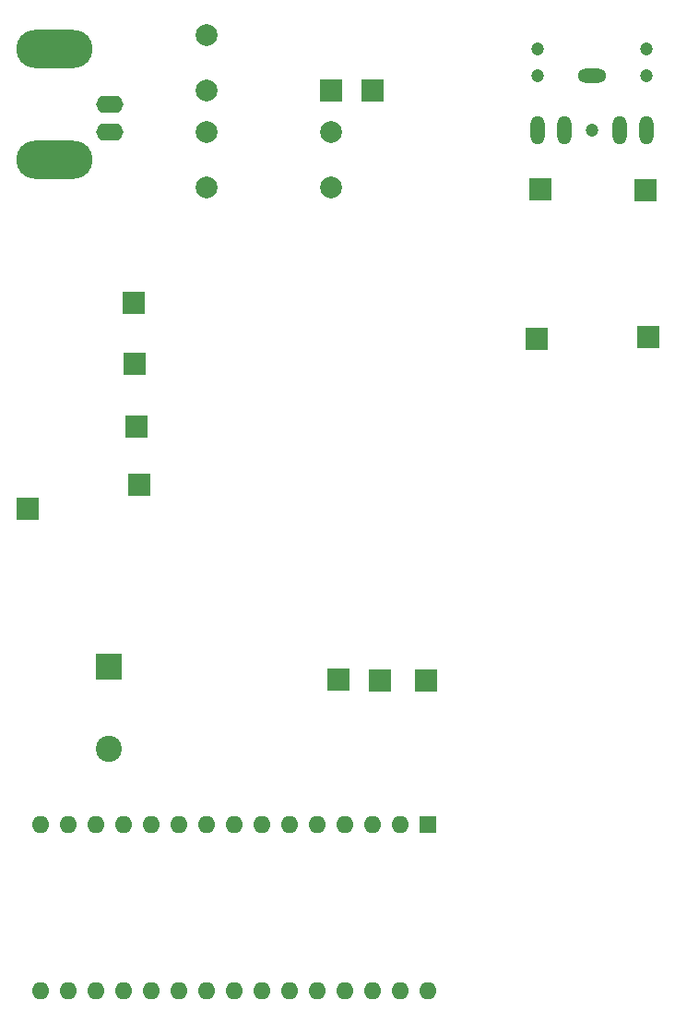
<source format=gbr>
%TF.GenerationSoftware,KiCad,Pcbnew,(6.0.4)*%
%TF.CreationDate,2022-06-06T09:07:08-07:00*%
%TF.ProjectId,Complete Schematic V6,436f6d70-6c65-4746-9520-536368656d61,rev?*%
%TF.SameCoordinates,Original*%
%TF.FileFunction,Soldermask,Bot*%
%TF.FilePolarity,Negative*%
%FSLAX46Y46*%
G04 Gerber Fmt 4.6, Leading zero omitted, Abs format (unit mm)*
G04 Created by KiCad (PCBNEW (6.0.4)) date 2022-06-06 09:07:08*
%MOMM*%
%LPD*%
G01*
G04 APERTURE LIST*
%ADD10R,1.600000X1.600000*%
%ADD11O,1.600000X1.600000*%
%ADD12R,2.000000X2.000000*%
%ADD13C,1.200000*%
%ADD14O,2.616000X1.308000*%
%ADD15O,1.308000X2.616000*%
%ADD16C,2.000000*%
%ADD17R,2.400000X2.400000*%
%ADD18C,2.400000*%
%ADD19O,2.500000X1.600000*%
%ADD20O,7.000000X3.500000*%
G04 APERTURE END LIST*
D10*
%TO.C,A1*%
X119380000Y-127010000D03*
D11*
X116840000Y-127010000D03*
X114300000Y-127010000D03*
X111760000Y-127010000D03*
X109220000Y-127010000D03*
X106680000Y-127010000D03*
X104140000Y-127010000D03*
X101600000Y-127010000D03*
X99060000Y-127010000D03*
X96520000Y-127010000D03*
X93980000Y-127010000D03*
X91440000Y-127010000D03*
X88900000Y-127010000D03*
X86360000Y-127010000D03*
X83820000Y-127010000D03*
X83820000Y-142250000D03*
X86360000Y-142250000D03*
X88900000Y-142250000D03*
X91440000Y-142250000D03*
X93980000Y-142250000D03*
X96520000Y-142250000D03*
X99060000Y-142250000D03*
X101600000Y-142250000D03*
X104140000Y-142250000D03*
X106680000Y-142250000D03*
X109220000Y-142250000D03*
X111760000Y-142250000D03*
X114300000Y-142250000D03*
X116840000Y-142250000D03*
X119380000Y-142250000D03*
%TD*%
D12*
%TO.C,TP3*%
X92913200Y-95834200D03*
%TD*%
D13*
%TO.C,J2*%
X139467600Y-55843800D03*
X139467600Y-58343800D03*
X129467600Y-55843800D03*
X129467600Y-58343800D03*
X134467600Y-63343800D03*
D14*
X134467600Y-58343800D03*
D15*
X129467600Y-63343800D03*
X139467600Y-63343800D03*
X131967600Y-63343800D03*
X136967600Y-63343800D03*
%TD*%
D16*
%TO.C,L1*%
X99060000Y-54610000D03*
X99060000Y-59690000D03*
%TD*%
D12*
%TO.C,TP1*%
X110490000Y-59690000D03*
%TD*%
%TO.C,TP15*%
X111150400Y-113715800D03*
%TD*%
%TO.C,TP11*%
X139420600Y-68859400D03*
%TD*%
%TO.C,TP4*%
X92506800Y-84785200D03*
%TD*%
%TO.C,TP12*%
X129743200Y-68757800D03*
%TD*%
%TO.C,TP8*%
X129413000Y-82423000D03*
%TD*%
%TO.C,TP16*%
X82651600Y-98069400D03*
%TD*%
D17*
%TO.C,C13*%
X90119200Y-112522000D03*
D18*
X90119200Y-120022000D03*
%TD*%
D12*
%TO.C,TP13*%
X119227600Y-113792000D03*
%TD*%
D19*
%TO.C,J1*%
X90170000Y-60960000D03*
D20*
X85090000Y-66040000D03*
D19*
X90170000Y-63500000D03*
D20*
X85090000Y-55880000D03*
%TD*%
D12*
%TO.C,TP14*%
X115036600Y-113766600D03*
%TD*%
%TO.C,TP7*%
X139649200Y-82296000D03*
%TD*%
%TO.C,TP6*%
X92405200Y-79197200D03*
%TD*%
%TO.C,TP2*%
X114300000Y-59690000D03*
%TD*%
D16*
%TO.C,L2*%
X110490000Y-63500000D03*
X110490000Y-68580000D03*
%TD*%
D12*
%TO.C,TP5*%
X92608400Y-90500200D03*
%TD*%
D16*
%TO.C,L3*%
X99060000Y-63500000D03*
X99060000Y-68580000D03*
%TD*%
M02*

</source>
